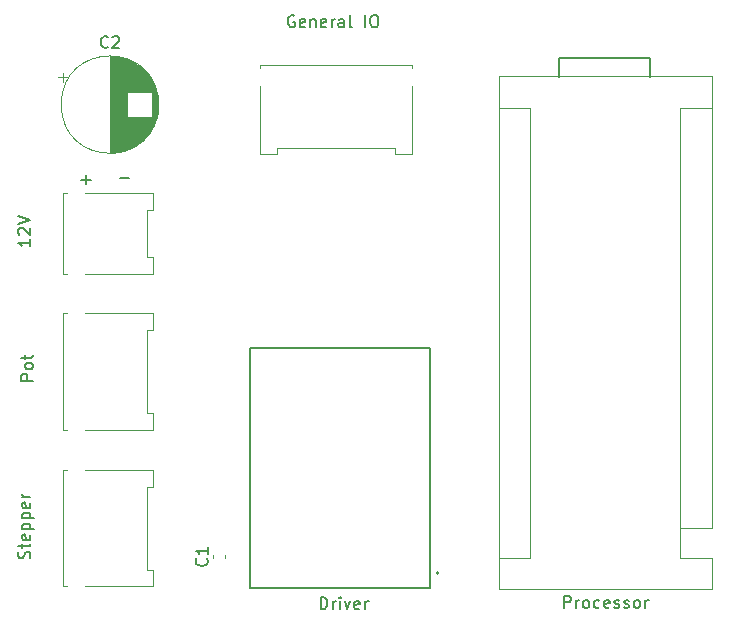
<source format=gbr>
G04 #@! TF.GenerationSoftware,KiCad,Pcbnew,(5.1.5)-3*
G04 #@! TF.CreationDate,2021-04-07T09:54:02-05:00*
G04 #@! TF.ProjectId,turner_pcb,7475726e-6572-45f7-9063-622e6b696361,rev?*
G04 #@! TF.SameCoordinates,Original*
G04 #@! TF.FileFunction,Legend,Top*
G04 #@! TF.FilePolarity,Positive*
%FSLAX46Y46*%
G04 Gerber Fmt 4.6, Leading zero omitted, Abs format (unit mm)*
G04 Created by KiCad (PCBNEW (5.1.5)-3) date 2021-04-07 09:54:02*
%MOMM*%
%LPD*%
G04 APERTURE LIST*
%ADD10C,0.150000*%
%ADD11C,0.152400*%
%ADD12C,0.127000*%
%ADD13C,0.200000*%
%ADD14C,0.120000*%
G04 APERTURE END LIST*
D10*
X92659200Y-28016200D02*
X92659200Y-29616400D01*
X100431600Y-28016200D02*
X92659200Y-28016200D01*
X100431600Y-29616400D02*
X100431600Y-28016200D01*
D11*
X52267152Y-38324971D02*
X53041247Y-38324971D01*
X52654200Y-38712019D02*
X52654200Y-37937923D01*
X55518352Y-38197971D02*
X56292447Y-38197971D01*
D12*
X81737200Y-52603400D02*
X66497200Y-52603400D01*
X66497200Y-52603400D02*
X66497200Y-72923400D01*
X66497200Y-72923400D02*
X81737200Y-72923400D01*
X81737200Y-72923400D02*
X81737200Y-52603400D01*
D13*
X82517200Y-71653400D02*
G75*
G03X82517200Y-71653400I-100000J0D01*
G01*
D14*
X102971600Y-67792600D02*
X102971600Y-70332600D01*
X102971600Y-70332600D02*
X105641600Y-70332600D01*
X105641600Y-67792600D02*
X105641600Y-29562600D01*
X105641600Y-73002600D02*
X105641600Y-70332600D01*
X90271600Y-70332600D02*
X87601600Y-70332600D01*
X90271600Y-70332600D02*
X90271600Y-32232600D01*
X90271600Y-32232600D02*
X87601600Y-32232600D01*
X102971600Y-67792600D02*
X105641600Y-67792600D01*
X102971600Y-67792600D02*
X102971600Y-32232600D01*
X102971600Y-32232600D02*
X105641600Y-32232600D01*
X105641600Y-29562600D02*
X87601600Y-29562600D01*
X87601600Y-29562600D02*
X87601600Y-73002600D01*
X87601600Y-73002600D02*
X105641600Y-73002600D01*
X63421800Y-70383980D02*
X63421800Y-70102820D01*
X64441800Y-70383980D02*
X64441800Y-70102820D01*
X58791600Y-31978600D02*
G75*
G03X58791600Y-31978600I-4120000J0D01*
G01*
X54671600Y-27898600D02*
X54671600Y-36058600D01*
X54711600Y-27898600D02*
X54711600Y-36058600D01*
X54751600Y-27898600D02*
X54751600Y-36058600D01*
X54791600Y-27899600D02*
X54791600Y-36057600D01*
X54831600Y-27901600D02*
X54831600Y-36055600D01*
X54871600Y-27902600D02*
X54871600Y-36054600D01*
X54911600Y-27904600D02*
X54911600Y-36052600D01*
X54951600Y-27907600D02*
X54951600Y-36049600D01*
X54991600Y-27910600D02*
X54991600Y-36046600D01*
X55031600Y-27913600D02*
X55031600Y-36043600D01*
X55071600Y-27917600D02*
X55071600Y-36039600D01*
X55111600Y-27921600D02*
X55111600Y-36035600D01*
X55151600Y-27926600D02*
X55151600Y-36030600D01*
X55191600Y-27930600D02*
X55191600Y-36026600D01*
X55231600Y-27936600D02*
X55231600Y-36020600D01*
X55271600Y-27941600D02*
X55271600Y-36015600D01*
X55311600Y-27948600D02*
X55311600Y-36008600D01*
X55351600Y-27954600D02*
X55351600Y-36002600D01*
X55392600Y-27961600D02*
X55392600Y-35995600D01*
X55432600Y-27968600D02*
X55432600Y-35988600D01*
X55472600Y-27976600D02*
X55472600Y-35980600D01*
X55512600Y-27984600D02*
X55512600Y-35972600D01*
X55552600Y-27993600D02*
X55552600Y-35963600D01*
X55592600Y-28002600D02*
X55592600Y-35954600D01*
X55632600Y-28011600D02*
X55632600Y-35945600D01*
X55672600Y-28021600D02*
X55672600Y-35935600D01*
X55712600Y-28031600D02*
X55712600Y-35925600D01*
X55752600Y-28042600D02*
X55752600Y-35914600D01*
X55792600Y-28053600D02*
X55792600Y-35903600D01*
X55832600Y-28064600D02*
X55832600Y-35892600D01*
X55872600Y-28076600D02*
X55872600Y-35880600D01*
X55912600Y-28089600D02*
X55912600Y-35867600D01*
X55952600Y-28101600D02*
X55952600Y-35855600D01*
X55992600Y-28115600D02*
X55992600Y-35841600D01*
X56032600Y-28128600D02*
X56032600Y-35828600D01*
X56072600Y-28143600D02*
X56072600Y-35813600D01*
X56112600Y-28157600D02*
X56112600Y-35799600D01*
X56152600Y-28173600D02*
X56152600Y-30938600D01*
X56152600Y-33018600D02*
X56152600Y-35783600D01*
X56192600Y-28188600D02*
X56192600Y-30938600D01*
X56192600Y-33018600D02*
X56192600Y-35768600D01*
X56232600Y-28204600D02*
X56232600Y-30938600D01*
X56232600Y-33018600D02*
X56232600Y-35752600D01*
X56272600Y-28221600D02*
X56272600Y-30938600D01*
X56272600Y-33018600D02*
X56272600Y-35735600D01*
X56312600Y-28238600D02*
X56312600Y-30938600D01*
X56312600Y-33018600D02*
X56312600Y-35718600D01*
X56352600Y-28256600D02*
X56352600Y-30938600D01*
X56352600Y-33018600D02*
X56352600Y-35700600D01*
X56392600Y-28274600D02*
X56392600Y-30938600D01*
X56392600Y-33018600D02*
X56392600Y-35682600D01*
X56432600Y-28292600D02*
X56432600Y-30938600D01*
X56432600Y-33018600D02*
X56432600Y-35664600D01*
X56472600Y-28312600D02*
X56472600Y-30938600D01*
X56472600Y-33018600D02*
X56472600Y-35644600D01*
X56512600Y-28331600D02*
X56512600Y-30938600D01*
X56512600Y-33018600D02*
X56512600Y-35625600D01*
X56552600Y-28351600D02*
X56552600Y-30938600D01*
X56552600Y-33018600D02*
X56552600Y-35605600D01*
X56592600Y-28372600D02*
X56592600Y-30938600D01*
X56592600Y-33018600D02*
X56592600Y-35584600D01*
X56632600Y-28394600D02*
X56632600Y-30938600D01*
X56632600Y-33018600D02*
X56632600Y-35562600D01*
X56672600Y-28416600D02*
X56672600Y-30938600D01*
X56672600Y-33018600D02*
X56672600Y-35540600D01*
X56712600Y-28438600D02*
X56712600Y-30938600D01*
X56712600Y-33018600D02*
X56712600Y-35518600D01*
X56752600Y-28461600D02*
X56752600Y-30938600D01*
X56752600Y-33018600D02*
X56752600Y-35495600D01*
X56792600Y-28485600D02*
X56792600Y-30938600D01*
X56792600Y-33018600D02*
X56792600Y-35471600D01*
X56832600Y-28509600D02*
X56832600Y-30938600D01*
X56832600Y-33018600D02*
X56832600Y-35447600D01*
X56872600Y-28534600D02*
X56872600Y-30938600D01*
X56872600Y-33018600D02*
X56872600Y-35422600D01*
X56912600Y-28560600D02*
X56912600Y-30938600D01*
X56912600Y-33018600D02*
X56912600Y-35396600D01*
X56952600Y-28586600D02*
X56952600Y-30938600D01*
X56952600Y-33018600D02*
X56952600Y-35370600D01*
X56992600Y-28613600D02*
X56992600Y-30938600D01*
X56992600Y-33018600D02*
X56992600Y-35343600D01*
X57032600Y-28640600D02*
X57032600Y-30938600D01*
X57032600Y-33018600D02*
X57032600Y-35316600D01*
X57072600Y-28669600D02*
X57072600Y-30938600D01*
X57072600Y-33018600D02*
X57072600Y-35287600D01*
X57112600Y-28698600D02*
X57112600Y-30938600D01*
X57112600Y-33018600D02*
X57112600Y-35258600D01*
X57152600Y-28728600D02*
X57152600Y-30938600D01*
X57152600Y-33018600D02*
X57152600Y-35228600D01*
X57192600Y-28758600D02*
X57192600Y-30938600D01*
X57192600Y-33018600D02*
X57192600Y-35198600D01*
X57232600Y-28789600D02*
X57232600Y-30938600D01*
X57232600Y-33018600D02*
X57232600Y-35167600D01*
X57272600Y-28822600D02*
X57272600Y-30938600D01*
X57272600Y-33018600D02*
X57272600Y-35134600D01*
X57312600Y-28854600D02*
X57312600Y-30938600D01*
X57312600Y-33018600D02*
X57312600Y-35102600D01*
X57352600Y-28888600D02*
X57352600Y-30938600D01*
X57352600Y-33018600D02*
X57352600Y-35068600D01*
X57392600Y-28923600D02*
X57392600Y-30938600D01*
X57392600Y-33018600D02*
X57392600Y-35033600D01*
X57432600Y-28959600D02*
X57432600Y-30938600D01*
X57432600Y-33018600D02*
X57432600Y-34997600D01*
X57472600Y-28995600D02*
X57472600Y-30938600D01*
X57472600Y-33018600D02*
X57472600Y-34961600D01*
X57512600Y-29033600D02*
X57512600Y-30938600D01*
X57512600Y-33018600D02*
X57512600Y-34923600D01*
X57552600Y-29071600D02*
X57552600Y-30938600D01*
X57552600Y-33018600D02*
X57552600Y-34885600D01*
X57592600Y-29111600D02*
X57592600Y-30938600D01*
X57592600Y-33018600D02*
X57592600Y-34845600D01*
X57632600Y-29152600D02*
X57632600Y-30938600D01*
X57632600Y-33018600D02*
X57632600Y-34804600D01*
X57672600Y-29194600D02*
X57672600Y-30938600D01*
X57672600Y-33018600D02*
X57672600Y-34762600D01*
X57712600Y-29237600D02*
X57712600Y-30938600D01*
X57712600Y-33018600D02*
X57712600Y-34719600D01*
X57752600Y-29281600D02*
X57752600Y-30938600D01*
X57752600Y-33018600D02*
X57752600Y-34675600D01*
X57792600Y-29327600D02*
X57792600Y-30938600D01*
X57792600Y-33018600D02*
X57792600Y-34629600D01*
X57832600Y-29374600D02*
X57832600Y-30938600D01*
X57832600Y-33018600D02*
X57832600Y-34582600D01*
X57872600Y-29422600D02*
X57872600Y-30938600D01*
X57872600Y-33018600D02*
X57872600Y-34534600D01*
X57912600Y-29473600D02*
X57912600Y-30938600D01*
X57912600Y-33018600D02*
X57912600Y-34483600D01*
X57952600Y-29524600D02*
X57952600Y-30938600D01*
X57952600Y-33018600D02*
X57952600Y-34432600D01*
X57992600Y-29578600D02*
X57992600Y-30938600D01*
X57992600Y-33018600D02*
X57992600Y-34378600D01*
X58032600Y-29633600D02*
X58032600Y-30938600D01*
X58032600Y-33018600D02*
X58032600Y-34323600D01*
X58072600Y-29691600D02*
X58072600Y-30938600D01*
X58072600Y-33018600D02*
X58072600Y-34265600D01*
X58112600Y-29750600D02*
X58112600Y-30938600D01*
X58112600Y-33018600D02*
X58112600Y-34206600D01*
X58152600Y-29812600D02*
X58152600Y-30938600D01*
X58152600Y-33018600D02*
X58152600Y-34144600D01*
X58192600Y-29876600D02*
X58192600Y-30938600D01*
X58192600Y-33018600D02*
X58192600Y-34080600D01*
X58232600Y-29944600D02*
X58232600Y-34012600D01*
X58272600Y-30014600D02*
X58272600Y-33942600D01*
X58312600Y-30088600D02*
X58312600Y-33868600D01*
X58352600Y-30165600D02*
X58352600Y-33791600D01*
X58392600Y-30247600D02*
X58392600Y-33709600D01*
X58432600Y-30333600D02*
X58432600Y-33623600D01*
X58472600Y-30426600D02*
X58472600Y-33530600D01*
X58512600Y-30525600D02*
X58512600Y-33431600D01*
X58552600Y-30632600D02*
X58552600Y-33324600D01*
X58592600Y-30749600D02*
X58592600Y-33207600D01*
X58632600Y-30880600D02*
X58632600Y-33076600D01*
X58672600Y-31030600D02*
X58672600Y-32926600D01*
X58712600Y-31210600D02*
X58712600Y-32746600D01*
X58752600Y-31445600D02*
X58752600Y-32511600D01*
X50261902Y-29663600D02*
X51061902Y-29663600D01*
X50661902Y-29263600D02*
X50661902Y-30063600D01*
X80244600Y-28904200D02*
X80244600Y-28594200D01*
X80244600Y-28594200D02*
X67374600Y-28594200D01*
X67374600Y-28594200D02*
X67374600Y-28904200D01*
X80244600Y-30424200D02*
X80244600Y-36184200D01*
X80244600Y-36184200D02*
X78824600Y-36184200D01*
X78824600Y-36184200D02*
X78824600Y-35684200D01*
X78824600Y-35684200D02*
X68794600Y-35684200D01*
X68794600Y-35684200D02*
X68794600Y-36184200D01*
X68794600Y-36184200D02*
X67374600Y-36184200D01*
X67374600Y-36184200D02*
X67374600Y-30424200D01*
X51002200Y-39465600D02*
X50692200Y-39465600D01*
X50692200Y-39465600D02*
X50692200Y-46335600D01*
X50692200Y-46335600D02*
X51002200Y-46335600D01*
X52522200Y-39465600D02*
X58282200Y-39465600D01*
X58282200Y-39465600D02*
X58282200Y-40885600D01*
X58282200Y-40885600D02*
X57782200Y-40885600D01*
X57782200Y-40885600D02*
X57782200Y-44915600D01*
X57782200Y-44915600D02*
X58282200Y-44915600D01*
X58282200Y-44915600D02*
X58282200Y-46335600D01*
X58282200Y-46335600D02*
X52522200Y-46335600D01*
X51002200Y-49651000D02*
X50692200Y-49651000D01*
X50692200Y-49651000D02*
X50692200Y-59521000D01*
X50692200Y-59521000D02*
X51002200Y-59521000D01*
X52522200Y-49651000D02*
X58282200Y-49651000D01*
X58282200Y-49651000D02*
X58282200Y-51071000D01*
X58282200Y-51071000D02*
X57782200Y-51071000D01*
X57782200Y-51071000D02*
X57782200Y-58101000D01*
X57782200Y-58101000D02*
X58282200Y-58101000D01*
X58282200Y-58101000D02*
X58282200Y-59521000D01*
X58282200Y-59521000D02*
X52522200Y-59521000D01*
X58282200Y-72779800D02*
X52522200Y-72779800D01*
X58282200Y-71359800D02*
X58282200Y-72779800D01*
X57782200Y-71359800D02*
X58282200Y-71359800D01*
X57782200Y-64329800D02*
X57782200Y-71359800D01*
X58282200Y-64329800D02*
X57782200Y-64329800D01*
X58282200Y-62909800D02*
X58282200Y-64329800D01*
X52522200Y-62909800D02*
X58282200Y-62909800D01*
X50692200Y-72779800D02*
X51002200Y-72779800D01*
X50692200Y-62909800D02*
X50692200Y-72779800D01*
X51002200Y-62909800D02*
X50692200Y-62909800D01*
D11*
X72513371Y-74703819D02*
X72513371Y-73687819D01*
X72755276Y-73687819D01*
X72900419Y-73736200D01*
X72997180Y-73832961D01*
X73045561Y-73929723D01*
X73093942Y-74123247D01*
X73093942Y-74268390D01*
X73045561Y-74461914D01*
X72997180Y-74558676D01*
X72900419Y-74655438D01*
X72755276Y-74703819D01*
X72513371Y-74703819D01*
X73529371Y-74703819D02*
X73529371Y-74026485D01*
X73529371Y-74220009D02*
X73577752Y-74123247D01*
X73626133Y-74074866D01*
X73722895Y-74026485D01*
X73819657Y-74026485D01*
X74158323Y-74703819D02*
X74158323Y-74026485D01*
X74158323Y-73687819D02*
X74109942Y-73736200D01*
X74158323Y-73784580D01*
X74206704Y-73736200D01*
X74158323Y-73687819D01*
X74158323Y-73784580D01*
X74545371Y-74026485D02*
X74787276Y-74703819D01*
X75029180Y-74026485D01*
X75803276Y-74655438D02*
X75706514Y-74703819D01*
X75512990Y-74703819D01*
X75416228Y-74655438D01*
X75367847Y-74558676D01*
X75367847Y-74171628D01*
X75416228Y-74074866D01*
X75512990Y-74026485D01*
X75706514Y-74026485D01*
X75803276Y-74074866D01*
X75851657Y-74171628D01*
X75851657Y-74268390D01*
X75367847Y-74365152D01*
X76287085Y-74703819D02*
X76287085Y-74026485D01*
X76287085Y-74220009D02*
X76335466Y-74123247D01*
X76383847Y-74074866D01*
X76480609Y-74026485D01*
X76577371Y-74026485D01*
X93113980Y-74602219D02*
X93113980Y-73586219D01*
X93501028Y-73586219D01*
X93597790Y-73634600D01*
X93646171Y-73682980D01*
X93694552Y-73779742D01*
X93694552Y-73924885D01*
X93646171Y-74021647D01*
X93597790Y-74070028D01*
X93501028Y-74118409D01*
X93113980Y-74118409D01*
X94129980Y-74602219D02*
X94129980Y-73924885D01*
X94129980Y-74118409D02*
X94178361Y-74021647D01*
X94226742Y-73973266D01*
X94323504Y-73924885D01*
X94420266Y-73924885D01*
X94904076Y-74602219D02*
X94807314Y-74553838D01*
X94758933Y-74505457D01*
X94710552Y-74408695D01*
X94710552Y-74118409D01*
X94758933Y-74021647D01*
X94807314Y-73973266D01*
X94904076Y-73924885D01*
X95049219Y-73924885D01*
X95145980Y-73973266D01*
X95194361Y-74021647D01*
X95242742Y-74118409D01*
X95242742Y-74408695D01*
X95194361Y-74505457D01*
X95145980Y-74553838D01*
X95049219Y-74602219D01*
X94904076Y-74602219D01*
X96113600Y-74553838D02*
X96016838Y-74602219D01*
X95823314Y-74602219D01*
X95726552Y-74553838D01*
X95678171Y-74505457D01*
X95629790Y-74408695D01*
X95629790Y-74118409D01*
X95678171Y-74021647D01*
X95726552Y-73973266D01*
X95823314Y-73924885D01*
X96016838Y-73924885D01*
X96113600Y-73973266D01*
X96936076Y-74553838D02*
X96839314Y-74602219D01*
X96645790Y-74602219D01*
X96549028Y-74553838D01*
X96500647Y-74457076D01*
X96500647Y-74070028D01*
X96549028Y-73973266D01*
X96645790Y-73924885D01*
X96839314Y-73924885D01*
X96936076Y-73973266D01*
X96984457Y-74070028D01*
X96984457Y-74166790D01*
X96500647Y-74263552D01*
X97371504Y-74553838D02*
X97468266Y-74602219D01*
X97661790Y-74602219D01*
X97758552Y-74553838D01*
X97806933Y-74457076D01*
X97806933Y-74408695D01*
X97758552Y-74311933D01*
X97661790Y-74263552D01*
X97516647Y-74263552D01*
X97419885Y-74215171D01*
X97371504Y-74118409D01*
X97371504Y-74070028D01*
X97419885Y-73973266D01*
X97516647Y-73924885D01*
X97661790Y-73924885D01*
X97758552Y-73973266D01*
X98193980Y-74553838D02*
X98290742Y-74602219D01*
X98484266Y-74602219D01*
X98581028Y-74553838D01*
X98629409Y-74457076D01*
X98629409Y-74408695D01*
X98581028Y-74311933D01*
X98484266Y-74263552D01*
X98339123Y-74263552D01*
X98242361Y-74215171D01*
X98193980Y-74118409D01*
X98193980Y-74070028D01*
X98242361Y-73973266D01*
X98339123Y-73924885D01*
X98484266Y-73924885D01*
X98581028Y-73973266D01*
X99209980Y-74602219D02*
X99113219Y-74553838D01*
X99064838Y-74505457D01*
X99016457Y-74408695D01*
X99016457Y-74118409D01*
X99064838Y-74021647D01*
X99113219Y-73973266D01*
X99209980Y-73924885D01*
X99355123Y-73924885D01*
X99451885Y-73973266D01*
X99500266Y-74021647D01*
X99548647Y-74118409D01*
X99548647Y-74408695D01*
X99500266Y-74505457D01*
X99451885Y-74553838D01*
X99355123Y-74602219D01*
X99209980Y-74602219D01*
X99984076Y-74602219D02*
X99984076Y-73924885D01*
X99984076Y-74118409D02*
X100032457Y-74021647D01*
X100080838Y-73973266D01*
X100177600Y-73924885D01*
X100274361Y-73924885D01*
D10*
X62858942Y-70410066D02*
X62906561Y-70457685D01*
X62954180Y-70600542D01*
X62954180Y-70695780D01*
X62906561Y-70838638D01*
X62811323Y-70933876D01*
X62716085Y-70981495D01*
X62525609Y-71029114D01*
X62382752Y-71029114D01*
X62192276Y-70981495D01*
X62097038Y-70933876D01*
X62001800Y-70838638D01*
X61954180Y-70695780D01*
X61954180Y-70600542D01*
X62001800Y-70457685D01*
X62049419Y-70410066D01*
X62954180Y-69457685D02*
X62954180Y-70029114D01*
X62954180Y-69743400D02*
X61954180Y-69743400D01*
X62097038Y-69838638D01*
X62192276Y-69933876D01*
X62239895Y-70029114D01*
X54504933Y-27085742D02*
X54457314Y-27133361D01*
X54314457Y-27180980D01*
X54219219Y-27180980D01*
X54076361Y-27133361D01*
X53981123Y-27038123D01*
X53933504Y-26942885D01*
X53885885Y-26752409D01*
X53885885Y-26609552D01*
X53933504Y-26419076D01*
X53981123Y-26323838D01*
X54076361Y-26228600D01*
X54219219Y-26180980D01*
X54314457Y-26180980D01*
X54457314Y-26228600D01*
X54504933Y-26276219D01*
X54885885Y-26276219D02*
X54933504Y-26228600D01*
X55028742Y-26180980D01*
X55266838Y-26180980D01*
X55362076Y-26228600D01*
X55409695Y-26276219D01*
X55457314Y-26371457D01*
X55457314Y-26466695D01*
X55409695Y-26609552D01*
X54838266Y-27180980D01*
X55457314Y-27180980D01*
D11*
X70292685Y-24460200D02*
X70195923Y-24411819D01*
X70050780Y-24411819D01*
X69905638Y-24460200D01*
X69808876Y-24556961D01*
X69760495Y-24653723D01*
X69712114Y-24847247D01*
X69712114Y-24992390D01*
X69760495Y-25185914D01*
X69808876Y-25282676D01*
X69905638Y-25379438D01*
X70050780Y-25427819D01*
X70147542Y-25427819D01*
X70292685Y-25379438D01*
X70341066Y-25331057D01*
X70341066Y-24992390D01*
X70147542Y-24992390D01*
X71163542Y-25379438D02*
X71066780Y-25427819D01*
X70873257Y-25427819D01*
X70776495Y-25379438D01*
X70728114Y-25282676D01*
X70728114Y-24895628D01*
X70776495Y-24798866D01*
X70873257Y-24750485D01*
X71066780Y-24750485D01*
X71163542Y-24798866D01*
X71211923Y-24895628D01*
X71211923Y-24992390D01*
X70728114Y-25089152D01*
X71647352Y-24750485D02*
X71647352Y-25427819D01*
X71647352Y-24847247D02*
X71695733Y-24798866D01*
X71792495Y-24750485D01*
X71937638Y-24750485D01*
X72034400Y-24798866D01*
X72082780Y-24895628D01*
X72082780Y-25427819D01*
X72953638Y-25379438D02*
X72856876Y-25427819D01*
X72663352Y-25427819D01*
X72566590Y-25379438D01*
X72518209Y-25282676D01*
X72518209Y-24895628D01*
X72566590Y-24798866D01*
X72663352Y-24750485D01*
X72856876Y-24750485D01*
X72953638Y-24798866D01*
X73002019Y-24895628D01*
X73002019Y-24992390D01*
X72518209Y-25089152D01*
X73437447Y-25427819D02*
X73437447Y-24750485D01*
X73437447Y-24944009D02*
X73485828Y-24847247D01*
X73534209Y-24798866D01*
X73630971Y-24750485D01*
X73727733Y-24750485D01*
X74501828Y-25427819D02*
X74501828Y-24895628D01*
X74453447Y-24798866D01*
X74356685Y-24750485D01*
X74163161Y-24750485D01*
X74066400Y-24798866D01*
X74501828Y-25379438D02*
X74405066Y-25427819D01*
X74163161Y-25427819D01*
X74066400Y-25379438D01*
X74018019Y-25282676D01*
X74018019Y-25185914D01*
X74066400Y-25089152D01*
X74163161Y-25040771D01*
X74405066Y-25040771D01*
X74501828Y-24992390D01*
X75130780Y-25427819D02*
X75034019Y-25379438D01*
X74985638Y-25282676D01*
X74985638Y-24411819D01*
X76291923Y-25427819D02*
X76291923Y-24411819D01*
X76969257Y-24411819D02*
X77162780Y-24411819D01*
X77259542Y-24460200D01*
X77356304Y-24556961D01*
X77404685Y-24750485D01*
X77404685Y-25089152D01*
X77356304Y-25282676D01*
X77259542Y-25379438D01*
X77162780Y-25427819D01*
X76969257Y-25427819D01*
X76872495Y-25379438D01*
X76775733Y-25282676D01*
X76727352Y-25089152D01*
X76727352Y-24750485D01*
X76775733Y-24556961D01*
X76872495Y-24460200D01*
X76969257Y-24411819D01*
X47932219Y-43377152D02*
X47932219Y-43957723D01*
X47932219Y-43667438D02*
X46916219Y-43667438D01*
X47061361Y-43764200D01*
X47158123Y-43860961D01*
X47206504Y-43957723D01*
X47012980Y-42990104D02*
X46964600Y-42941723D01*
X46916219Y-42844961D01*
X46916219Y-42603057D01*
X46964600Y-42506295D01*
X47012980Y-42457914D01*
X47109742Y-42409533D01*
X47206504Y-42409533D01*
X47351647Y-42457914D01*
X47932219Y-43038485D01*
X47932219Y-42409533D01*
X46916219Y-42119247D02*
X47932219Y-41780580D01*
X46916219Y-41441914D01*
X48160819Y-55346600D02*
X47144819Y-55346600D01*
X47144819Y-54959552D01*
X47193200Y-54862790D01*
X47241580Y-54814409D01*
X47338342Y-54766028D01*
X47483485Y-54766028D01*
X47580247Y-54814409D01*
X47628628Y-54862790D01*
X47677009Y-54959552D01*
X47677009Y-55346600D01*
X48160819Y-54185457D02*
X48112438Y-54282219D01*
X48064057Y-54330600D01*
X47967295Y-54378980D01*
X47677009Y-54378980D01*
X47580247Y-54330600D01*
X47531866Y-54282219D01*
X47483485Y-54185457D01*
X47483485Y-54040314D01*
X47531866Y-53943552D01*
X47580247Y-53895171D01*
X47677009Y-53846790D01*
X47967295Y-53846790D01*
X48064057Y-53895171D01*
X48112438Y-53943552D01*
X48160819Y-54040314D01*
X48160819Y-54185457D01*
X47483485Y-53556504D02*
X47483485Y-53169457D01*
X47144819Y-53411361D02*
X48015676Y-53411361D01*
X48112438Y-53362980D01*
X48160819Y-53266219D01*
X48160819Y-53169457D01*
X47883838Y-70401542D02*
X47932219Y-70256400D01*
X47932219Y-70014495D01*
X47883838Y-69917733D01*
X47835457Y-69869352D01*
X47738695Y-69820971D01*
X47641933Y-69820971D01*
X47545171Y-69869352D01*
X47496790Y-69917733D01*
X47448409Y-70014495D01*
X47400028Y-70208019D01*
X47351647Y-70304780D01*
X47303266Y-70353161D01*
X47206504Y-70401542D01*
X47109742Y-70401542D01*
X47012980Y-70353161D01*
X46964600Y-70304780D01*
X46916219Y-70208019D01*
X46916219Y-69966114D01*
X46964600Y-69820971D01*
X47254885Y-69530685D02*
X47254885Y-69143638D01*
X46916219Y-69385542D02*
X47787076Y-69385542D01*
X47883838Y-69337161D01*
X47932219Y-69240400D01*
X47932219Y-69143638D01*
X47883838Y-68417923D02*
X47932219Y-68514685D01*
X47932219Y-68708209D01*
X47883838Y-68804971D01*
X47787076Y-68853352D01*
X47400028Y-68853352D01*
X47303266Y-68804971D01*
X47254885Y-68708209D01*
X47254885Y-68514685D01*
X47303266Y-68417923D01*
X47400028Y-68369542D01*
X47496790Y-68369542D01*
X47593552Y-68853352D01*
X47254885Y-67934114D02*
X48270885Y-67934114D01*
X47303266Y-67934114D02*
X47254885Y-67837352D01*
X47254885Y-67643828D01*
X47303266Y-67547066D01*
X47351647Y-67498685D01*
X47448409Y-67450304D01*
X47738695Y-67450304D01*
X47835457Y-67498685D01*
X47883838Y-67547066D01*
X47932219Y-67643828D01*
X47932219Y-67837352D01*
X47883838Y-67934114D01*
X47254885Y-67014876D02*
X48270885Y-67014876D01*
X47303266Y-67014876D02*
X47254885Y-66918114D01*
X47254885Y-66724590D01*
X47303266Y-66627828D01*
X47351647Y-66579447D01*
X47448409Y-66531066D01*
X47738695Y-66531066D01*
X47835457Y-66579447D01*
X47883838Y-66627828D01*
X47932219Y-66724590D01*
X47932219Y-66918114D01*
X47883838Y-67014876D01*
X47883838Y-65708590D02*
X47932219Y-65805352D01*
X47932219Y-65998876D01*
X47883838Y-66095638D01*
X47787076Y-66144019D01*
X47400028Y-66144019D01*
X47303266Y-66095638D01*
X47254885Y-65998876D01*
X47254885Y-65805352D01*
X47303266Y-65708590D01*
X47400028Y-65660209D01*
X47496790Y-65660209D01*
X47593552Y-66144019D01*
X47932219Y-65224780D02*
X47254885Y-65224780D01*
X47448409Y-65224780D02*
X47351647Y-65176400D01*
X47303266Y-65128019D01*
X47254885Y-65031257D01*
X47254885Y-64934495D01*
M02*

</source>
